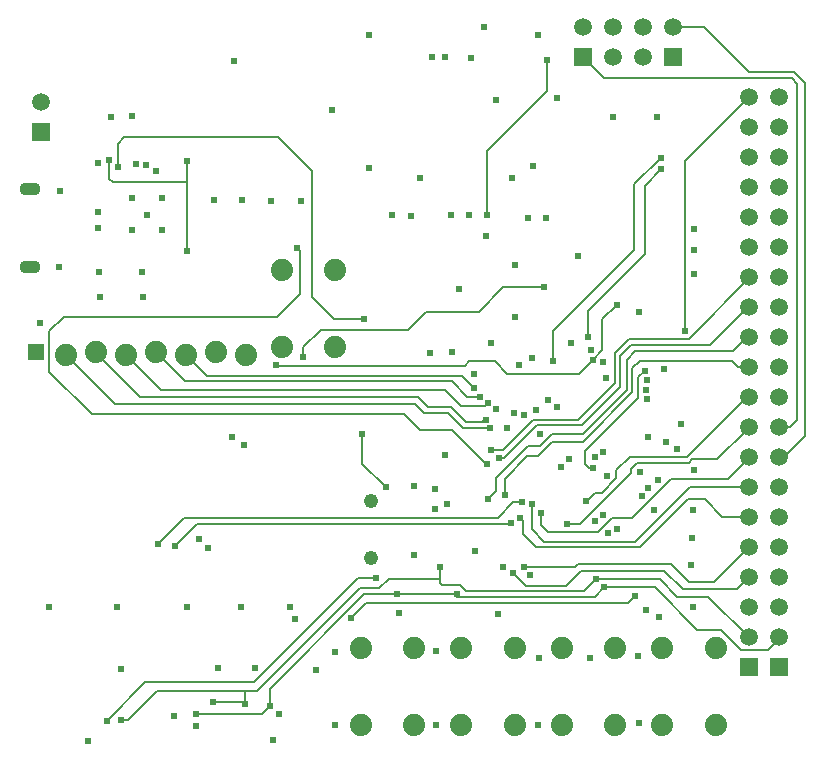
<source format=gbr>
%TF.GenerationSoftware,Novarm,DipTrace,3.2.0.1*%
%TF.CreationDate,2018-06-28T18:28:36-08:00*%
%FSLAX26Y26*%
%MOIN*%
%TF.FileFunction,Copper,L3,Inr*%
%TF.Part,Single*%
%AMOUTLINE1*
4,1,4,
0.026163,0.026163,
0.026205,-0.026121,
-0.026121,-0.026205,
-0.026163,0.026163,
0.026163,0.026163,
0*%
%TA.AperFunction,Conductor*%
%ADD15C,0.007*%
%ADD17C,0.006*%
%TA.AperFunction,ComponentPad*%
%ADD33R,0.059055X0.059055*%
%ADD34C,0.059055*%
%ADD38O,0.070866X0.043307*%
%ADD45C,0.074*%
%ADD60R,0.05937X0.05937*%
%ADD61C,0.05937*%
%ADD65C,0.048*%
%TA.AperFunction,ViaPad*%
%ADD66C,0.024*%
%TA.AperFunction,ComponentPad*%
%ADD143OUTLINE1*%
G75*
G01*
%LPD*%
X970858Y2375912D2*
D15*
Y2303138D1*
Y2074130D1*
X971765Y2075037D1*
X712452Y2378164D2*
Y2315603D1*
X724916Y2303138D1*
X970858D1*
X740540Y2356257D2*
Y2431250D1*
X762412Y2453122D1*
X1274858D1*
X1387347Y2340634D1*
Y1921928D1*
X1462339Y1846936D1*
X1562452D1*
X2162265Y1953076D2*
D17*
X2024681D1*
X1943538Y1871933D1*
X1768557D1*
X1709188Y1812565D1*
X1418593D1*
X1359225Y1753196D1*
Y1721949D1*
X2324748Y1350316D2*
D15*
X2312046D1*
X2296626Y1365736D1*
Y1406357D1*
X2474952Y1584683D1*
Y1653425D1*
X2496605Y1675079D1*
X2630966Y1809440D2*
Y2374715D1*
X2843701Y2587450D1*
X1984159Y1412607D2*
X2024780D1*
X2124769Y1512596D1*
X2274753D1*
X2396616Y1634458D1*
Y1734448D1*
X2443486Y1781318D1*
X2643465D1*
X2849597Y1987450D1*
X2843701D1*
X2012281Y1384484D2*
X2027904D1*
X2137268Y1493848D1*
X2287252D1*
X2415364Y1621960D1*
Y1725074D1*
X2452860Y1762570D1*
X2715332D1*
X2840213Y1887450D1*
X2843701D1*
X874410Y1096524D2*
X962391Y1184505D1*
X2006381D1*
X2059326Y1237450D1*
X2087450D1*
X2052902Y1168882D2*
X2056026Y1165757D1*
X1006137D1*
X931145Y1090765D1*
X2843701Y1087450D2*
X2728278Y972028D1*
X2643499D1*
X2584130Y1031397D1*
X2274753D1*
X2265379Y1022023D1*
X2093523D1*
X2081023Y1184507D2*
X2090398Y1175131D1*
Y1131385D1*
X2134332Y1087450D1*
X2480792D1*
X2640340Y1246999D1*
X2696584D1*
X2756133Y1187450D1*
X2843701D1*
Y1287450D2*
X2646826D1*
X2465576Y1106201D1*
X2162453D1*
X2121826Y1146828D1*
Y1231201D1*
X2149950Y1199950D2*
Y1162449D1*
X2174764Y1137635D1*
X2340372D1*
X2387242Y1184505D1*
X2453256D1*
X2584492Y1315742D1*
X2774701D1*
X2849693Y1390734D1*
X2843701D1*
Y1387450D1*
X2237450Y1165576D2*
X2281201D1*
X2449735Y1334110D1*
Y1346988D1*
X2471608Y1368861D1*
X2643861D1*
X2656201Y1381201D1*
X2739596D1*
X2836620Y1478225D1*
X2846568D1*
X2837343Y1487450D1*
X2843701D1*
X2299950Y1240576D2*
Y1237450D1*
X2331201Y1268701D1*
X2353076D1*
X2402865Y1318490D1*
Y1343864D1*
X2446610Y1387609D1*
X2637215D1*
X2843701Y1594095D1*
Y1587450D1*
Y1687450D2*
X2809200D1*
X2787200Y1709450D1*
X2480982D1*
X2455984Y1684453D1*
Y1603211D1*
X2290377Y1437604D1*
X2187263D1*
X2140393Y1390734D1*
X2106021D1*
X2031029Y1315742D1*
Y1262622D1*
X2843701Y1787450D2*
X2837078D1*
X2790324Y1740697D1*
X2465358D1*
X2437236Y1712575D1*
Y1612586D1*
X2290377Y1465726D1*
X2187263D1*
X2146642Y1425105D1*
X2109146D1*
X2002907Y1318866D1*
Y1274781D1*
X1974952Y1246826D1*
X1634196Y1287620D2*
X1556079Y1365736D1*
Y1465726D1*
X2465575Y924952D2*
X2440785Y900160D1*
X1568578D1*
X1518583Y850166D1*
X2943701Y1387450D2*
X2962023D1*
X3030924Y1456352D1*
Y2634353D1*
X2993428Y2671849D1*
X2843444D1*
X2693471Y2821822D1*
X2590576D1*
X2190576Y1709326D2*
Y1806504D1*
X2462452Y2078379D1*
Y2297107D1*
X2549725Y2384379D1*
X2552849D1*
X2403076Y1893701D2*
X2356201Y1846826D1*
Y1743701D1*
X2324827Y1712327D1*
X1268609Y1693827D2*
D17*
X1271734Y1690702D1*
X1896668D1*
X1912292Y1706326D1*
X1996658D1*
X2037278Y1665705D1*
X2278205D1*
X2324827Y1712327D1*
X2362450Y953076D2*
D15*
X2531201D1*
X2671827Y812450D1*
X2749952D1*
X2818927Y743475D1*
X2906465D1*
X2943701Y780711D1*
Y787450D1*
X703076Y509326D2*
X831439Y637688D1*
X1193617D1*
X1540456Y984526D1*
X1602949D1*
X1671898Y931201D2*
X1871826D1*
Y922033D1*
X2331407D1*
X2362450Y953076D1*
X1246736Y556446D2*
Y615815D1*
X1562122Y931201D1*
X1671898D1*
X1002314Y532604D2*
X1222894D1*
X1246736Y556446D1*
X2171639Y2711462D2*
Y2609356D1*
X1970516Y2408232D1*
Y2193701D1*
X2843701Y787450D2*
Y781236D1*
X2334326Y981201D2*
X2546826D1*
X2606201Y921826D1*
X2709326D1*
X2843701Y787450D1*
X749950Y512450D2*
X774950D1*
X872066Y609566D1*
X1165495D1*
X1206116D1*
X1546705Y950155D1*
X1612323D1*
X1643570Y981402D1*
X1815427D1*
Y1022534D1*
Y981402D2*
Y968902D1*
X1821878Y962450D1*
X1881201D1*
X1902870Y940781D1*
X2293906D1*
X2334326Y981201D1*
X1165495Y564173D2*
Y609566D1*
X1057432Y572368D2*
X1157301D1*
X1165495Y564173D1*
X1981201Y1484326D2*
X1890567D1*
X1840424Y1534469D1*
X1762307D1*
X1731061Y1565715D1*
X730436D1*
X568701Y1727450D1*
X1946826Y1587452D2*
X1906201D1*
X1853076Y1640576D1*
X965575D1*
X868701Y1737450D1*
X1928076Y1618701D2*
X1887452Y1659326D1*
X1036826D1*
X968701Y1727450D1*
X1974950Y1568700D2*
X1965576Y1559326D1*
X1884310D1*
X1831050Y1612586D1*
X883566D1*
X768701Y1727450D1*
X668701Y1737450D2*
X667185Y1735935D1*
X815532Y1587588D1*
X1740435D1*
X1774806Y1553217D1*
X1849798D1*
X1899939Y1503076D1*
X1956201D1*
X1967138Y1514013D1*
X1968701Y1512450D1*
X2943701Y1487450D2*
X2980781D1*
X3005927Y1512596D1*
Y2631229D1*
X2987179Y2649977D1*
X2362421D1*
X2290576Y2721822D1*
X2552849Y2346883D2*
X2496826Y2290860D1*
Y2065576D1*
X2306402Y1875152D1*
Y1787651D1*
X2843701Y987450D2*
X2846368D1*
X2805948Y947030D1*
X2624717D1*
X2562421Y1009326D1*
X2283929D1*
X2234133Y959529D1*
X2099772D1*
X2059151Y1000150D1*
X1971524Y1365600D2*
X1968672D1*
X1856047Y1478225D1*
X1746684D1*
X1693565Y1531344D1*
X653049D1*
X512439Y1671954D1*
Y1806315D1*
X562433Y1856310D1*
X1271734D1*
X1346726Y1931302D1*
Y2075037D1*
X1337352Y2084411D1*
D66*
X1277983Y531449D3*
X1399845Y678309D3*
X970858Y2375912D3*
X971765Y2075037D3*
X712452Y2378164D3*
X674921Y2149952D3*
Y2206273D3*
X740540Y2356257D3*
X1562452Y1846936D3*
X548502Y2275936D3*
X837404Y2193774D3*
X1252987Y2240645D3*
X1352978D3*
X787550Y2524949D3*
X681171Y1921928D3*
X481192Y1834437D3*
X824906Y1921928D3*
X681171D3*
X1983196Y1768832D3*
X2252881Y1768819D3*
X1983196Y1768832D3*
X2065576Y1853076D3*
X1877166Y1947736D3*
X2065576Y1853076D3*
X1578181Y2350046D3*
X1747473Y2318550D3*
X1578181Y2350046D3*
X2053772Y2318550D3*
X1747473D3*
X2125032Y2357133D3*
X2053772Y2318550D3*
X2140780Y2796109D3*
X2206011Y2584358D3*
X2125032Y2357133D3*
X1578181Y2793941D3*
X1961646Y2820899D3*
X1578181Y2793941D3*
Y2350046D3*
X1128742Y2709324D3*
X2477857Y500202D3*
X1464774Y494642D3*
X1802310Y495537D3*
X2139845D3*
X512450Y887450D3*
X1257591Y445436D3*
D3*
D3*
X1196826Y684326D3*
X1074879D3*
X971826Y887452D3*
X1149950D3*
X1796824Y1214272D3*
X1728075Y1059658D3*
X737452Y887452D3*
X971826D3*
X737452D3*
X1196826Y684326D3*
X1315576Y887450D3*
D3*
X1331299Y846844D3*
X1196826Y684326D3*
X2562223Y1681328D3*
X2023294Y1020170D3*
X2529378Y1210628D3*
X927484Y524360D3*
X640576Y440576D3*
X749696Y680526D3*
D3*
X1331299Y846844D3*
X1002314Y492840D3*
X2023294Y1020170D3*
X787683Y2250181D3*
X887452Y2249950D3*
X887310Y2143841D3*
X548502Y2275936D3*
X545377Y2020030D3*
X787683Y2143780D3*
X1831050Y1393858D3*
X1728075Y1290883D3*
X1796824Y1214272D3*
X1928076Y1665576D3*
X1062451Y2243701D3*
X1156201D3*
X1062451D3*
X1156201D3*
X1252987Y2240645D3*
X2656201Y1118704D3*
X2509326Y1284326D3*
X2656201Y1118704D3*
X2356407Y1706076D3*
X2162265Y1953076D3*
X2662450Y2078076D3*
X2002907Y2578109D3*
X1359225Y1721949D3*
X1162370Y1428230D3*
X1040508Y1084516D3*
X2162265Y1953076D3*
X2651257Y1028272D3*
X2487231Y1256420D3*
X2651257Y1028272D3*
X2368494Y1650082D3*
X2662452Y1996987D3*
D3*
X2274753Y2059414D3*
X1831050Y2721844D3*
X2477582Y1871331D3*
X2502855Y878288D3*
X2543475Y853290D3*
X2324748Y1350316D3*
X2496605Y1675079D3*
X2630966Y1809440D3*
X1984159Y1412607D3*
X2012281Y1384484D3*
X874410Y1096524D3*
X2087450Y1237450D3*
X2052902Y1168882D3*
X931145Y1090765D3*
X2093523Y1022023D3*
X2081023Y1184507D3*
X2121826Y1231201D3*
X2149950Y1199950D3*
X2115395Y993900D3*
X2243507Y1381360D3*
X2121645Y1718824D3*
X1968536Y2125032D3*
X2237450Y1165576D3*
X2299950Y1240576D3*
X2031029Y1262622D3*
X1974952Y1246826D3*
X2503076Y1643701D3*
X2502855Y1612586D3*
X2505979Y1581339D3*
X2618701Y1496826D3*
X2509326Y1453076D3*
X2568701Y1437450D3*
X2603076Y1415576D3*
X2359120Y1403232D3*
X1634196Y1287620D3*
X1556079Y1465726D3*
X2465575Y924952D3*
X1518583Y850166D3*
X868701Y2340576D3*
X799950Y2365576D3*
X1781355Y1735958D3*
X2371618Y1325116D3*
X2481201Y1337450D3*
X2662213Y1343864D3*
X2537226Y2521865D3*
X2190576Y1709326D3*
X2552849Y2384379D3*
X2540575Y1312450D3*
X2659327Y1212450D3*
X2662449Y2146824D3*
X2403076Y1893701D3*
X2324827Y1712327D3*
X2403076Y1893701D3*
X1918541Y2718719D3*
X1012205Y1115763D3*
X1121750Y1453227D3*
X1268609Y1693827D3*
X2362450Y953076D3*
X703076Y509326D3*
X1602949Y984526D3*
X1671898Y931201D3*
X2362450Y953076D3*
X1871826Y931201D3*
X1246736Y556446D3*
X1671898Y931201D3*
X1002314Y532604D3*
X1246736Y556446D3*
X1970516Y2193701D3*
X1849952D3*
X1912544D3*
X2171639Y2711462D3*
X1970516Y2193701D3*
X2334326Y981201D3*
X749950Y512450D3*
X1815427Y1022534D3*
X2334326Y981201D3*
X1165495Y564173D3*
X1057432Y572368D3*
X1165495Y564173D3*
X2002907Y1546967D3*
X1465463Y737677D3*
X2062450Y1534326D3*
X1802928Y740802D3*
X2134285Y1543701D3*
X2143517Y718929D3*
X2174764Y1578214D3*
X2331201Y1174952D3*
X2374743Y1134511D3*
X2474952Y725201D3*
X1981201Y1484326D3*
X1946826Y1587452D3*
X1928076Y1618701D3*
X1974950Y1568700D3*
X1968701Y1512450D3*
X834280Y2362507D3*
X1856057Y1737582D3*
X2330998Y1387609D3*
X2390576Y2521826D3*
X2552849Y2346883D3*
X2306402Y1787651D3*
X1837299Y1231376D3*
X1453076Y2543701D3*
X676013Y2368756D3*
X821781Y2003170D3*
X678046D3*
X718667Y2521865D3*
X2107681Y2184400D3*
X2168511D3*
X2065576Y2027798D3*
X2318499Y1743822D3*
X2065576Y2027798D3*
X2107681Y2184400D3*
X2059151Y1000150D3*
X1678076Y868701D3*
X2037450Y1484326D3*
X2009326Y865576D3*
X2093523Y1527898D3*
X2146642Y1465726D3*
X1931040Y1074789D3*
X2315576Y718701D3*
X2659328Y887449D3*
X2405990Y1147037D3*
X2359326Y1193701D3*
X2206201Y1556201D3*
X1796824Y1281201D3*
X1971524Y1365600D3*
X1337352Y2084411D3*
X1718692Y2191879D3*
X1656201Y2193701D3*
X1787305Y2721844D3*
X1718692Y2191879D3*
X2218701Y1353076D3*
X2077950Y1693827D3*
X1718692Y2191879D3*
D33*
X484316Y2471870D3*
D34*
Y2571870D3*
D38*
X448999Y2279873D3*
Y2020030D3*
D143*
X468701Y1737450D3*
D45*
X568701Y1727450D3*
X668701Y1737450D3*
X768701Y1727450D3*
X868701Y1737450D3*
X968701Y1727450D3*
X1068701Y1737450D3*
X1168701Y1727450D3*
D33*
X2843701Y687450D3*
D34*
Y787450D3*
Y887450D3*
Y987450D3*
Y1087450D3*
Y1187450D3*
Y1287450D3*
Y1387450D3*
Y1487450D3*
Y1587450D3*
Y1687450D3*
Y1787450D3*
Y1887450D3*
Y1987450D3*
Y2087450D3*
Y2187450D3*
Y2287450D3*
Y2387450D3*
Y2487450D3*
Y2587450D3*
D33*
X2943701Y687450D3*
D34*
Y787450D3*
Y887450D3*
Y987450D3*
Y1087450D3*
Y1187450D3*
Y1287450D3*
Y1387450D3*
Y1487450D3*
Y1587450D3*
Y1687450D3*
Y1787450D3*
Y1887450D3*
Y1987450D3*
Y2087450D3*
Y2187450D3*
Y2287450D3*
Y2387450D3*
Y2487450D3*
Y2587450D3*
D45*
X1287450Y1756201D3*
Y2012201D3*
X1465450Y1756201D3*
Y2012201D3*
X1549950Y493701D3*
Y749701D3*
X1727950Y493701D3*
Y749701D3*
X1885368Y493701D3*
Y749701D3*
X2063368Y493701D3*
Y749701D3*
X2220784Y493701D3*
Y749701D3*
X2398784Y493701D3*
Y749701D3*
X2556201Y493701D3*
Y749701D3*
X2734201Y493701D3*
Y749701D3*
D60*
X2590576Y2721822D3*
D61*
Y2821822D3*
X2490576Y2721822D3*
Y2821822D3*
X2390576Y2721822D3*
Y2821822D3*
D60*
X2290576Y2721822D3*
D61*
Y2821822D3*
D65*
X1584326Y1049954D3*
Y1239954D3*
M02*

</source>
